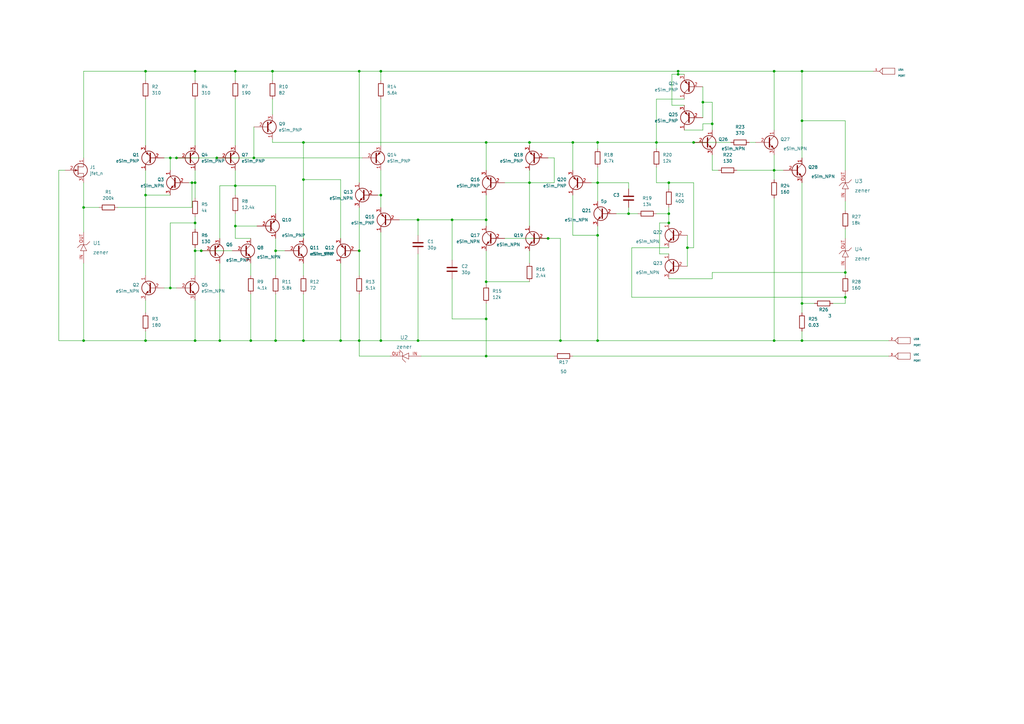
<source format=kicad_sch>
(kicad_sch (version 20211123) (generator eeschema)
  (paper "A3")
  (lib_symbols
    (symbol "eSim_Analog:zener" (pin_names (offset 1.016))
      (property "Reference" "U" (at -1.27 -2.54 0))
      (property "Value" "zener" (at 0 2.54 0))
      (symbol "zener_0_1"
        (polyline (pts (xy 2.54 -1.27) (xy 1.27 -2.54)))
        (polyline (pts (xy 2.54 1.27) (xy 2.54 -1.27)))
        (polyline (pts (xy 2.54 1.27) (xy 3.81 2.54)))
        (polyline (pts (xy 0 1.27) (xy 0 -1.27) (xy 2.54 0) (xy 0 1.27)))
      )
      (symbol "zener_1_1"
        (pin input line (at -5.08 0 0) (length 5.08) (name "~") (number "IN"))
        (pin output line (at 7.62 0 180) (length 5.08) (name "~") (number "OUT"))
      )
    )
    (symbol "eSim_Devices:capacitor" (pin_numbers hide) (pin_names (offset 0.254))
      (property "Reference" "C" (at 0.635 2.54 0))
      (property "Value" "capacitor" (at 0.635 -2.54 0))
      (symbol "capacitor_0_1"
        (polyline (pts (xy -2.032 -0.762) (xy 2.032 -0.762)) (stroke (width 0.508)))
        (polyline (pts (xy -2.032 0.762) (xy 2.032 0.762)) (stroke (width 0.508)))
      )
      (symbol "capacitor_1_1"
        (pin passive line (at 0 3.81 270) (length 2.794) (name "~") (number "1"))
        (pin passive line (at 0 -3.81 90) (length 2.794) (name "~") (number "2"))
      )
    )
    (symbol "eSim_Devices:eSim_NPN" (pin_names (offset 0) hide)
      (property "Reference" "Q" (at -2.54 1.27 0))
      (property "Value" "eSim_NPN" (at -1.27 3.81 0))
      (symbol "eSim_NPN_0_1"
        (polyline (pts (xy 0.635 0.635) (xy 2.54 2.54)))
        (polyline (pts (xy 0.635 -0.635) (xy 2.54 -2.54) (xy 2.54 -2.54)))
        (polyline (pts (xy 0.635 1.905) (xy 0.635 -1.905) (xy 0.635 -1.905)) (stroke (width 0.508)))
        (polyline (pts (xy 1.27 -1.778) (xy 1.778 -1.27) (xy 2.286 -2.286) (xy 1.27 -1.778) (xy 1.27 -1.778)) (fill (type outline)))
        (circle (center 1.27 0) (radius 2.8194) (stroke (width 0.254)))
      )
      (symbol "eSim_NPN_1_1"
        (pin passive line (at 2.54 5.08 270) (length 2.54) (name "C") (number "1"))
        (pin passive line (at -5.08 0 0) (length 5.715) (name "B") (number "2"))
        (pin passive line (at 2.54 -5.08 90) (length 2.54) (name "E") (number "3"))
      )
    )
    (symbol "eSim_Devices:eSim_PNP" (pin_names (offset 0) hide)
      (property "Reference" "Q" (at -2.54 1.27 0))
      (property "Value" "eSim_PNP" (at -1.27 3.81 0))
      (symbol "eSim_PNP_0_1"
        (polyline (pts (xy 0.635 0.635) (xy 2.54 2.54)))
        (polyline (pts (xy 0.635 -0.635) (xy 2.54 -2.54) (xy 2.54 -2.54)))
        (polyline (pts (xy 0.635 1.905) (xy 0.635 -1.905) (xy 0.635 -1.905)) (stroke (width 0.508)))
        (polyline (pts (xy 2.286 -1.778) (xy 1.778 -2.286) (xy 1.27 -1.27) (xy 2.286 -1.778) (xy 2.286 -1.778)) (fill (type outline)))
        (circle (center 1.27 0) (radius 2.8194) (stroke (width 0.254)))
      )
      (symbol "eSim_PNP_1_1"
        (pin passive line (at 2.54 5.08 270) (length 2.54) (name "C") (number "1"))
        (pin passive line (at -5.08 0 0) (length 5.715) (name "B") (number "2"))
        (pin passive line (at 2.54 -5.08 90) (length 2.54) (name "E") (number "3"))
      )
    )
    (symbol "eSim_Devices:jfet_n" (pin_names (offset 0) hide)
      (property "Reference" "J" (at -2.54 1.27 0))
      (property "Value" "jfet_n" (at -1.27 3.81 0))
      (symbol "jfet_n_0_1"
        (polyline (pts (xy 0.254 1.905) (xy 0.254 -1.905) (xy 0.254 -1.905)) (stroke (width 0.254)))
        (polyline (pts (xy 2.54 -2.54) (xy 2.54 -1.27) (xy 0.254 -1.27)))
        (polyline (pts (xy 2.54 2.54) (xy 2.54 1.397) (xy 0.254 1.397)))
        (polyline (pts (xy 0 0) (xy -1.016 0.381) (xy -1.016 -0.381) (xy 0 0)) (fill (type outline)))
        (circle (center 1.27 0) (radius 2.8194) (stroke (width 0.254)))
      )
      (symbol "jfet_n_1_1"
        (pin passive line (at 2.54 5.08 270) (length 2.54) (name "D") (number "1"))
        (pin passive line (at -5.08 0 0) (length 5.334) (name "G") (number "2"))
        (pin passive line (at 2.54 -5.08 90) (length 2.54) (name "S") (number "3"))
      )
    )
    (symbol "eSim_Devices:resistor" (pin_numbers hide) (pin_names (offset 0))
      (property "Reference" "R" (at 1.27 3.302 0))
      (property "Value" "resistor" (at 1.27 -1.27 0))
      (symbol "resistor_0_1"
        (rectangle (start 3.81 0.254) (end -1.27 2.286) (stroke (width 0.254)))
      )
      (symbol "resistor_1_1"
        (pin passive line (at -2.54 1.27 0) (length 1.27) (name "~") (number "1"))
        (pin passive line (at 5.08 1.27 180) (length 1.27) (name "~") (number "2"))
      )
    )
    (symbol "eSim_Miscellaneous:PORT" (pin_names (offset 1.016))
      (property "Reference" "U" (at 1.27 2.54 0))
      (property "Value" "PORT" (at 0 0 0))
      (symbol "PORT_0_1"
        (rectangle (start -2.54 1.27) (end 2.54 -1.27))
        (arc (start 2.54 1.27) (mid 3.1355 0.5955) (end 3.81 0))
        (arc (start 3.81 0) (mid 3.1447 -0.6046) (end 2.54 -1.27))
      )
      (symbol "PORT_1_1"
        (pin bidirectional line (at 6.35 0 180) (length 2.54) (name "~") (number "1"))
      )
      (symbol "PORT_2_1"
        (pin bidirectional line (at 6.35 0 180) (length 2.54) (name "~") (number "2"))
      )
      (symbol "PORT_3_1"
        (pin bidirectional line (at 6.35 0 180) (length 2.54) (name "~") (number "3"))
      )
      (symbol "PORT_4_1"
        (pin bidirectional line (at 6.35 0 180) (length 2.54) (name "~") (number "4"))
      )
      (symbol "PORT_5_1"
        (pin bidirectional line (at 6.35 0 180) (length 2.54) (name "~") (number "5"))
      )
      (symbol "PORT_6_1"
        (pin bidirectional line (at 6.35 0 180) (length 2.54) (name "~") (number "6"))
      )
      (symbol "PORT_7_1"
        (pin bidirectional line (at 6.35 0 180) (length 2.54) (name "~") (number "7"))
      )
      (symbol "PORT_8_1"
        (pin bidirectional line (at 6.35 0 180) (length 2.54) (name "~") (number "8"))
      )
      (symbol "PORT_9_1"
        (pin bidirectional line (at 6.35 0 180) (length 2.54) (name "~") (number "9"))
      )
      (symbol "PORT_10_1"
        (pin bidirectional line (at 6.35 0 180) (length 2.54) (name "~") (number "10"))
      )
      (symbol "PORT_11_1"
        (pin bidirectional line (at 6.35 0 180) (length 2.54) (name "~") (number "11"))
      )
      (symbol "PORT_12_1"
        (pin bidirectional line (at 6.35 0 180) (length 2.54) (name "~") (number "12"))
      )
      (symbol "PORT_13_1"
        (pin bidirectional line (at 6.35 0 180) (length 2.54) (name "~") (number "13"))
      )
      (symbol "PORT_14_1"
        (pin bidirectional line (at 6.35 0 180) (length 2.54) (name "~") (number "14"))
      )
      (symbol "PORT_15_1"
        (pin bidirectional line (at 6.35 0 180) (length 2.54) (name "~") (number "15"))
      )
      (symbol "PORT_16_1"
        (pin bidirectional line (at 6.35 0 180) (length 2.54) (name "~") (number "16"))
      )
      (symbol "PORT_17_1"
        (pin bidirectional line (at 6.35 0 180) (length 2.54) (name "~") (number "17"))
      )
      (symbol "PORT_18_1"
        (pin bidirectional line (at 6.35 0 180) (length 2.54) (name "~") (number "18"))
      )
      (symbol "PORT_19_1"
        (pin bidirectional line (at 6.35 0 180) (length 2.54) (name "~") (number "19"))
      )
      (symbol "PORT_20_1"
        (pin bidirectional line (at 6.35 0 180) (length 2.54) (name "~") (number "20"))
      )
      (symbol "PORT_21_1"
        (pin bidirectional line (at 6.35 0 180) (length 2.54) (name "~") (number "21"))
      )
      (symbol "PORT_22_1"
        (pin bidirectional line (at 6.35 0 180) (length 2.54) (name "~") (number "22"))
      )
      (symbol "PORT_23_1"
        (pin bidirectional line (at 6.35 0 180) (length 2.54) (name "~") (number "23"))
      )
      (symbol "PORT_24_1"
        (pin bidirectional line (at 6.35 0 180) (length 2.54) (name "~") (number "24"))
      )
      (symbol "PORT_25_1"
        (pin bidirectional line (at 6.35 0 180) (length 2.54) (name "~") (number "25"))
      )
      (symbol "PORT_26_1"
        (pin bidirectional line (at 6.35 0 180) (length 2.54) (name "~") (number "26"))
      )
    )
  )
  (junction (at 284.48 58.42))
  (junction (at 113.03 139.7))
  (junction (at 80.01 74.93))
  (junction (at 102.87 139.7))
  (junction (at 245.11 58.42))
  (junction (at 317.5 69.85))
  (junction (at 72.39 64.77))
  (junction (at 292.1 50.8))
  (junction (at 156.21 29.21))
  (junction (at 156.21 139.7))
  (junction (at 217.17 74.93))
  (junction (at 96.52 76.2))
  (junction (at 96.52 92.71))
  (junction (at 171.45 139.7))
  (junction (at 317.5 139.7))
  (junction (at 328.93 124.46))
  (junction (at 111.76 29.21))
  (junction (at 96.52 29.21))
  (junction (at 199.39 115.57))
  (junction (at 171.45 90.17))
  (junction (at 328.93 29.21))
  (junction (at 199.39 90.17))
  (junction (at 156.21 80.01))
  (junction (at 234.95 58.42))
  (junction (at 80.01 139.7))
  (junction (at 124.46 139.7))
  (junction (at 274.32 91.44))
  (junction (at 147.32 139.7))
  (junction (at 281.94 101.6))
  (junction (at 328.93 139.7))
  (junction (at 224.79 97.79))
  (junction (at 346.71 111.76))
  (junction (at 69.85 64.77))
  (junction (at 82.55 102.87))
  (junction (at 59.69 29.21))
  (junction (at 317.5 29.21))
  (junction (at 328.93 49.53))
  (junction (at 80.01 91.44))
  (junction (at 90.17 139.7))
  (junction (at 274.32 87.63))
  (junction (at 69.85 118.11))
  (junction (at 78.74 74.93))
  (junction (at 199.39 146.05))
  (junction (at 80.01 29.21))
  (junction (at 59.69 139.7))
  (junction (at 278.13 29.21))
  (junction (at 346.71 121.92))
  (junction (at 199.39 130.81))
  (junction (at 217.17 58.42))
  (junction (at 34.29 85.09))
  (junction (at 124.46 58.42))
  (junction (at 257.81 87.63))
  (junction (at 147.32 102.87))
  (junction (at 245.11 74.93))
  (junction (at 104.14 64.77))
  (junction (at 34.29 139.7))
  (junction (at 229.87 139.7))
  (junction (at 88.9 64.77))
  (junction (at 80.01 102.87))
  (junction (at 245.11 139.7))
  (junction (at 199.39 58.42))
  (junction (at 288.29 41.91))
  (junction (at 124.46 73.66))
  (junction (at 269.24 58.42))
  (junction (at 274.32 74.93))
  (junction (at 185.42 90.17))
  (junction (at 278.13 30.48))
  (junction (at 245.11 96.52))
  (junction (at 59.69 80.01))
  (junction (at 147.32 29.21))
  (junction (at 139.7 139.7))
  (junction (at 113.03 102.87))
  (wire (pts (xy 317.5 53.34) (xy 317.5 29.21)))
  (wire (pts (xy 59.69 69.85) (xy 59.69 80.01)))
  (wire (pts (xy 147.32 29.21) (xy 156.21 29.21)))
  (wire (pts (xy 90.17 97.79) (xy 90.17 76.2)))
  (wire (pts (xy 346.71 110.49) (xy 346.71 111.76)))
  (wire (pts (xy 199.39 146.05) (xy 227.33 146.05)))
  (wire (pts (xy 217.17 74.93) (xy 217.17 92.71)))
  (wire (pts (xy 270.51 91.44) (xy 274.32 91.44)))
  (wire (pts (xy 156.21 40.64) (xy 156.21 59.69)))
  (wire (pts (xy 292.1 50.8) (xy 292.1 41.91)))
  (wire (pts (xy 274.32 101.6) (xy 259.08 101.6)))
  (wire (pts (xy 124.46 58.42) (xy 199.39 58.42)))
  (wire (pts (xy 96.52 92.71) (xy 105.41 92.71)))
  (wire (pts (xy 328.93 139.7) (xy 317.5 139.7)))
  (wire (pts (xy 217.17 59.69) (xy 217.17 58.42)))
  (wire (pts (xy 80.01 40.64) (xy 80.01 59.69)))
  (wire (pts (xy 281.94 101.6) (xy 284.48 101.6)))
  (wire (pts (xy 217.17 74.93) (xy 227.33 74.93)))
  (wire (pts (xy 104.14 52.07) (xy 104.14 64.77)))
  (wire (pts (xy 185.42 90.17) (xy 185.42 106.68)))
  (wire (pts (xy 80.01 139.7) (xy 59.69 139.7)))
  (wire (pts (xy 102.87 139.7) (xy 90.17 139.7)))
  (wire (pts (xy 280.67 53.34) (xy 288.29 53.34)))
  (wire (pts (xy 292.1 69.85) (xy 292.1 63.5)))
  (wire (pts (xy 156.21 80.01) (xy 156.21 69.85)))
  (wire (pts (xy 90.17 139.7) (xy 80.01 139.7)))
  (wire (pts (xy 257.81 87.63) (xy 261.62 87.63)))
  (wire (pts (xy 227.33 64.77) (xy 224.79 64.77)))
  (wire (pts (xy 139.7 97.79) (xy 139.7 73.66)))
  (wire (pts (xy 113.03 139.7) (xy 102.87 139.7)))
  (wire (pts (xy 156.21 139.7) (xy 147.32 139.7)))
  (wire (pts (xy 245.11 58.42) (xy 234.95 58.42)))
  (wire (pts (xy 269.24 58.42) (xy 269.24 60.96)))
  (wire (pts (xy 274.32 87.63) (xy 274.32 91.44)))
  (wire (pts (xy 82.55 102.87) (xy 95.25 102.87)))
  (wire (pts (xy 288.29 35.56) (xy 288.29 41.91)))
  (wire (pts (xy 111.76 40.64) (xy 111.76 46.99)))
  (wire (pts (xy 156.21 95.25) (xy 156.21 139.7)))
  (wire (pts (xy 80.01 74.93) (xy 80.01 69.85)))
  (wire (pts (xy 242.57 74.93) (xy 245.11 74.93)))
  (wire (pts (xy 80.01 101.6) (xy 80.01 102.87)))
  (wire (pts (xy 288.29 41.91) (xy 288.29 48.26)))
  (wire (pts (xy 199.39 92.71) (xy 199.39 90.17)))
  (wire (pts (xy 113.03 87.63) (xy 113.03 76.2)))
  (wire (pts (xy 245.11 74.93) (xy 245.11 68.58)))
  (wire (pts (xy 217.17 102.87) (xy 217.17 107.95)))
  (wire (pts (xy 317.5 139.7) (xy 245.11 139.7)))
  (wire (pts (xy 80.01 29.21) (xy 96.52 29.21)))
  (wire (pts (xy 257.81 77.47) (xy 257.81 74.93)))
  (wire (pts (xy 346.71 49.53) (xy 328.93 49.53)))
  (wire (pts (xy 34.29 107.95) (xy 34.29 139.7)))
  (wire (pts (xy 96.52 76.2) (xy 96.52 80.01)))
  (wire (pts (xy 102.87 107.95) (xy 102.87 113.03)))
  (wire (pts (xy 147.32 146.05) (xy 147.32 139.7)))
  (wire (pts (xy 281.94 109.22) (xy 281.94 101.6)))
  (wire (pts (xy 147.32 139.7) (xy 139.7 139.7)))
  (wire (pts (xy 72.39 64.77) (xy 88.9 64.77)))
  (wire (pts (xy 234.95 146.05) (xy 364.49 146.05)))
  (wire (pts (xy 34.29 85.09) (xy 40.64 85.09)))
  (wire (pts (xy 160.02 146.05) (xy 147.32 146.05)))
  (wire (pts (xy 88.9 64.77) (xy 104.14 64.77)))
  (wire (pts (xy 207.01 74.93) (xy 217.17 74.93)))
  (wire (pts (xy 96.52 69.85) (xy 96.52 76.2)))
  (wire (pts (xy 124.46 120.65) (xy 124.46 139.7)))
  (wire (pts (xy 154.94 80.01) (xy 156.21 80.01)))
  (wire (pts (xy 96.52 29.21) (xy 96.52 33.02)))
  (wire (pts (xy 96.52 92.71) (xy 96.52 87.63)))
  (wire (pts (xy 346.71 124.46) (xy 346.71 121.92)))
  (wire (pts (xy 171.45 139.7) (xy 229.87 139.7)))
  (wire (pts (xy 317.5 69.85) (xy 317.5 63.5)))
  (wire (pts (xy 24.13 139.7) (xy 34.29 139.7)))
  (wire (pts (xy 227.33 74.93) (xy 227.33 64.77)))
  (wire (pts (xy 269.24 87.63) (xy 274.32 87.63)))
  (wire (pts (xy 292.1 114.3) (xy 292.1 111.76)))
  (wire (pts (xy 274.32 104.14) (xy 270.51 104.14)))
  (wire (pts (xy 245.11 96.52) (xy 245.11 139.7)))
  (wire (pts (xy 102.87 120.65) (xy 102.87 139.7)))
  (wire (pts (xy 346.71 111.76) (xy 346.71 113.03)))
  (wire (pts (xy 48.26 85.09) (xy 78.74 85.09)))
  (wire (pts (xy 104.14 64.77) (xy 148.59 64.77)))
  (wire (pts (xy 234.95 69.85) (xy 234.95 58.42)))
  (wire (pts (xy 96.52 97.79) (xy 96.52 92.71)))
  (wire (pts (xy 280.67 43.18) (xy 275.59 43.18)))
  (wire (pts (xy 280.67 40.64) (xy 269.24 40.64)))
  (wire (pts (xy 34.29 29.21) (xy 59.69 29.21)))
  (wire (pts (xy 328.93 64.77) (xy 328.93 49.53)))
  (wire (pts (xy 275.59 43.18) (xy 275.59 30.48)))
  (wire (pts (xy 34.29 64.77) (xy 34.29 29.21)))
  (wire (pts (xy 274.32 114.3) (xy 292.1 114.3)))
  (wire (pts (xy 69.85 118.11) (xy 69.85 91.44)))
  (wire (pts (xy 269.24 58.42) (xy 245.11 58.42)))
  (wire (pts (xy 302.26 69.85) (xy 317.5 69.85)))
  (wire (pts (xy 69.85 69.85) (xy 69.85 64.77)))
  (wire (pts (xy 156.21 80.01) (xy 156.21 85.09)))
  (wire (pts (xy 80.01 74.93) (xy 80.01 81.28)))
  (wire (pts (xy 199.39 130.81) (xy 199.39 146.05)))
  (wire (pts (xy 171.45 90.17) (xy 171.45 96.52)))
  (wire (pts (xy 124.46 139.7) (xy 113.03 139.7)))
  (wire (pts (xy 234.95 96.52) (xy 245.11 96.52)))
  (wire (pts (xy 34.29 74.93) (xy 34.29 85.09)))
  (wire (pts (xy 346.71 69.85) (xy 346.71 49.53)))
  (wire (pts (xy 72.39 118.11) (xy 69.85 118.11)))
  (wire (pts (xy 257.81 74.93) (xy 245.11 74.93)))
  (wire (pts (xy 294.64 69.85) (xy 292.1 69.85)))
  (wire (pts (xy 317.5 81.28) (xy 317.5 139.7)))
  (wire (pts (xy 96.52 29.21) (xy 111.76 29.21)))
  (wire (pts (xy 124.46 107.95) (xy 124.46 113.03)))
  (wire (pts (xy 67.31 64.77) (xy 69.85 64.77)))
  (wire (pts (xy 245.11 74.93) (xy 245.11 82.55)))
  (wire (pts (xy 124.46 58.42) (xy 124.46 73.66)))
  (wire (pts (xy 292.1 41.91) (xy 288.29 41.91)))
  (wire (pts (xy 24.13 69.85) (xy 24.13 139.7)))
  (wire (pts (xy 90.17 76.2) (xy 96.52 76.2)))
  (wire (pts (xy 78.74 85.09) (xy 78.74 74.93)))
  (wire (pts (xy 139.7 139.7) (xy 124.46 139.7)))
  (wire (pts (xy 26.67 69.85) (xy 24.13 69.85)))
  (wire (pts (xy 199.39 115.57) (xy 217.17 115.57)))
  (wire (pts (xy 299.72 58.42) (xy 284.48 58.42)))
  (wire (pts (xy 147.32 85.09) (xy 147.32 102.87)))
  (wire (pts (xy 199.39 102.87) (xy 199.39 115.57)))
  (wire (pts (xy 207.01 97.79) (xy 224.79 97.79)))
  (wire (pts (xy 292.1 111.76) (xy 346.71 111.76)))
  (wire (pts (xy 147.32 102.87) (xy 147.32 113.03)))
  (wire (pts (xy 281.94 96.52) (xy 281.94 101.6)))
  (wire (pts (xy 328.93 49.53) (xy 328.93 29.21)))
  (wire (pts (xy 59.69 80.01) (xy 69.85 80.01)))
  (wire (pts (xy 307.34 58.42) (xy 309.88 58.42)))
  (wire (pts (xy 34.29 139.7) (xy 59.69 139.7)))
  (wire (pts (xy 269.24 68.58) (xy 269.24 74.93)))
  (wire (pts (xy 274.32 74.93) (xy 274.32 77.47)))
  (wire (pts (xy 346.71 82.55) (xy 346.71 86.36)))
  (wire (pts (xy 113.03 97.79) (xy 113.03 102.87)))
  (wire (pts (xy 102.87 97.79) (xy 96.52 97.79)))
  (wire (pts (xy 171.45 104.14) (xy 171.45 139.7)))
  (wire (pts (xy 90.17 107.95) (xy 90.17 139.7)))
  (wire (pts (xy 59.69 123.19) (xy 59.69 128.27)))
  (wire (pts (xy 217.17 69.85) (xy 217.17 74.93)))
  (wire (pts (xy 59.69 80.01) (xy 59.69 113.03)))
  (wire (pts (xy 185.42 130.81) (xy 199.39 130.81)))
  (wire (pts (xy 328.93 124.46) (xy 328.93 128.27)))
  (wire (pts (xy 156.21 29.21) (xy 278.13 29.21)))
  (wire (pts (xy 245.11 139.7) (xy 229.87 139.7)))
  (wire (pts (xy 270.51 104.14) (xy 270.51 91.44)))
  (wire (pts (xy 288.29 53.34) (xy 288.29 50.8)))
  (wire (pts (xy 292.1 53.34) (xy 292.1 50.8)))
  (wire (pts (xy 80.01 102.87) (xy 82.55 102.87)))
  (wire (pts (xy 199.39 115.57) (xy 199.39 116.84)))
  (wire (pts (xy 234.95 58.42) (xy 217.17 58.42)))
  (wire (pts (xy 156.21 33.02) (xy 156.21 29.21)))
  (wire (pts (xy 346.71 93.98) (xy 346.71 97.79)))
  (wire (pts (xy 111.76 29.21) (xy 111.76 33.02)))
  (wire (pts (xy 269.24 40.64) (xy 269.24 58.42)))
  (wire (pts (xy 80.01 29.21) (xy 80.01 33.02)))
  (wire (pts (xy 185.42 114.3) (xy 185.42 130.81)))
  (wire (pts (xy 275.59 30.48) (xy 278.13 30.48)))
  (wire (pts (xy 171.45 139.7) (xy 156.21 139.7)))
  (wire (pts (xy 78.74 74.93) (xy 80.01 74.93)))
  (wire (pts (xy 113.03 120.65) (xy 113.03 139.7)))
  (wire (pts (xy 77.47 74.93) (xy 78.74 74.93)))
  (wire (pts (xy 278.13 29.21) (xy 278.13 30.48)))
  (wire (pts (xy 284.48 101.6) (xy 284.48 74.93)))
  (wire (pts (xy 278.13 30.48) (xy 280.67 30.48)))
  (wire (pts (xy 171.45 90.17) (xy 163.83 90.17)))
  (wire (pts (xy 199.39 58.42) (xy 217.17 58.42)))
  (wire (pts (xy 59.69 40.64) (xy 59.69 59.69)))
  (wire (pts (xy 317.5 69.85) (xy 317.5 73.66)))
  (wire (pts (xy 229.87 97.79) (xy 229.87 139.7)))
  (wire (pts (xy 224.79 97.79) (xy 229.87 97.79)))
  (wire (pts (xy 185.42 90.17) (xy 171.45 90.17)))
  (wire (pts (xy 259.08 101.6) (xy 259.08 121.92)))
  (wire (pts (xy 111.76 58.42) (xy 111.76 57.15)))
  (wire (pts (xy 328.93 139.7) (xy 364.49 139.7)))
  (wire (pts (xy 288.29 50.8) (xy 292.1 50.8)))
  (wire (pts (xy 59.69 29.21) (xy 59.69 33.02)))
  (wire (pts (xy 334.01 124.46) (xy 328.93 124.46)))
  (wire (pts (xy 96.52 40.64) (xy 96.52 59.69)))
  (wire (pts (xy 328.93 29.21) (xy 358.14 29.21)))
  (wire (pts (xy 147.32 74.93) (xy 147.32 29.21)))
  (wire (pts (xy 252.73 87.63) (xy 257.81 87.63)))
  (wire (pts (xy 199.39 58.42) (xy 199.39 69.85)))
  (wire (pts (xy 59.69 139.7) (xy 59.69 135.89)))
  (wire (pts (xy 341.63 124.46) (xy 346.71 124.46)))
  (wire (pts (xy 284.48 58.42) (xy 269.24 58.42)))
  (wire (pts (xy 245.11 92.71) (xy 245.11 96.52)))
  (wire (pts (xy 113.03 76.2) (xy 96.52 76.2)))
  (wire (pts (xy 317.5 29.21) (xy 278.13 29.21)))
  (wire (pts (xy 69.85 64.77) (xy 72.39 64.77)))
  (wire (pts (xy 328.93 74.93) (xy 328.93 124.46)))
  (wire (pts (xy 317.5 69.85) (xy 321.31 69.85)))
  (wire (pts (xy 274.32 85.09) (xy 274.32 87.63)))
  (wire (pts (xy 284.48 74.93) (xy 274.32 74.93)))
  (wire (pts (xy 67.31 118.11) (xy 69.85 118.11)))
  (wire (pts (xy 328.93 29.21) (xy 317.5 29.21)))
  (wire (pts (xy 257.81 87.63) (xy 257.81 85.09)))
  (wire (pts (xy 259.08 121.92) (xy 346.71 121.92)))
  (wire (pts (xy 234.95 80.01) (xy 234.95 96.52)))
  (wire (pts (xy 80.01 88.9) (xy 80.01 91.44)))
  (wire (pts (xy 269.24 74.93) (xy 274.32 74.93)))
  (wire (pts (xy 34.29 85.09) (xy 34.29 95.25)))
  (wire (pts (xy 59.69 29.21) (xy 80.01 29.21)))
  (wire (pts (xy 245.11 60.96) (xy 245.11 58.42)))
  (wire (pts (xy 69.85 91.44) (xy 80.01 91.44)))
  (wire (pts (xy 199.39 80.01) (xy 199.39 90.17)))
  (wire (pts (xy 147.32 120.65) (xy 147.32 139.7)))
  (wire (pts (xy 139.7 107.95) (xy 139.7 139.7)))
  (wire (pts (xy 80.01 123.19) (xy 80.01 139.7)))
  (wire (pts (xy 199.39 90.17) (xy 185.42 90.17)))
  (wire (pts (xy 124.46 97.79) (xy 124.46 73.66)))
  (wire (pts (xy 113.03 102.87) (xy 113.03 113.03)))
  (wire (pts (xy 80.01 91.44) (xy 80.01 93.98)))
  (wire (pts (xy 199.39 124.46) (xy 199.39 130.81)))
  (wire (pts (xy 111.76 29.21) (xy 147.32 29.21)))
  (wire (pts (xy 124.46 58.42) (xy 111.76 58.42)))
  (wire (pts (xy 346.71 121.92) (xy 346.71 120.65)))
  (wire (pts (xy 80.01 102.87) (xy 80.01 113.03)))
  (wire (pts (xy 328.93 135.89) (xy 328.93 139.7)))
  (wire (pts (xy 172.72 146.05) (xy 199.39 146.05)))
  (wire (pts (xy 139.7 73.66) (xy 124.46 73.66)))
  (wire (pts (xy 113.03 102.87) (xy 116.84 102.87)))
  (symbol (lib_id "eSim_Analog:zener") (at 167.64 146.05 0) (mirror y) (unit 1)
    (property "Reference" "U2" (at 165.735 138.43 0) (effects (font (size 1.524 1.524))))
    (property "Value" "zener" (at 165.735 142.24 0) (effects (font (size 1.524 1.524))))
  )
  (symbol (lib_id "eSim_Devices:eSim_PNP") (at 158.75 90.17 180) (unit 1)
    (property "Reference" "Q15" (at 153.67 88.8999 0) (effects (justify left)))
    (property "Value" "eSim_PNP" (at 153.67 91.4399 0) (effects (justify left)))
  )
  (symbol (lib_id "eSim_Devices:eSim_NPN") (at 62.23 118.11 0) (mirror y) (unit 1)
    (property "Reference" "Q2" (at 57.15 116.8399 0) (effects (justify left)))
    (property "Value" "eSim_NPN" (at 57.15 119.3799 0) (effects (justify left)))
  )
  (symbol (lib_id "eSim_Devices:eSim_NPN") (at 121.92 102.87 0) (unit 1)
    (property "Reference" "Q11" (at 127 101.5999 0) (effects (justify left)))
    (property "Value" "eSim_NPN" (at 127 104.1399 0) (effects (justify left)))
  )
  (symbol (lib_id "eSim_Devices:eSim_NPN") (at 314.96 58.42 0) (unit 1)
    (property "Reference" "Q27" (at 320.04 57.1499 0) (effects (justify left)))
    (property "Value" "eSim_NPN" (at 321.31 60.96 0) (effects (justify left)))
  )
  (symbol (lib_id "eSim_Devices:eSim_NPN") (at 77.47 118.11 0) (unit 1)
    (property "Reference" "Q5" (at 82.55 116.8399 0) (effects (justify left)))
    (property "Value" "eSim_NPN" (at 82.55 119.3799 0) (effects (justify left)))
  )
  (symbol (lib_id "eSim_Devices:resistor") (at 270.51 66.04 90) (unit 1)
    (property "Reference" "R20" (at 271.78 63.4999 90) (effects (justify right)))
    (property "Value" "12k" (at 271.78 66.0399 90) (effects (justify right)))
  )
  (symbol (lib_id "eSim_Devices:eSim_NPN") (at 326.39 69.85 0) (unit 1)
    (property "Reference" "Q28" (at 331.47 68.5799 0) (effects (justify left)))
    (property "Value" "eSim_NPN" (at 332.74 72.39 0) (effects (justify left)))
  )
  (symbol (lib_id "eSim_Analog:zener") (at 346.71 77.47 270) (mirror x) (unit 1)
    (property "Reference" "U3" (at 350.52 74.295 90) (effects (font (size 1.524 1.524)) (justify left)))
    (property "Value" "zener" (at 350.52 78.105 90) (effects (font (size 1.524 1.524)) (justify left)))
  )
  (symbol (lib_id "eSim_Analog:zener") (at 346.71 105.41 270) (mirror x) (unit 1)
    (property "Reference" "U4" (at 350.52 102.235 90) (effects (font (size 1.524 1.524)) (justify left)))
    (property "Value" "zener" (at 350.52 106.045 90) (effects (font (size 1.524 1.524)) (justify left)))
  )
  (symbol (lib_id "eSim_Devices:eSim_NPN") (at 72.39 74.93 0) (mirror y) (unit 1)
    (property "Reference" "Q3" (at 67.31 73.6599 0) (effects (justify left)))
    (property "Value" "eSim_NPN" (at 67.31 76.1999 0) (effects (justify left)))
  )
  (symbol (lib_id "eSim_Miscellaneous:PORT") (at 370.84 146.05 180) (unit 3)
    (property "Reference" "U5" (at 374.65 145.415 0) (effects (font (size 0.762 0.762)) (justify right)))
    (property "Value" "PORT" (at 374.65 147.955 0) (effects (font (size 0.762 0.762)) (justify right)))
  )
  (symbol (lib_id "eSim_Devices:capacitor") (at 171.45 100.33 0) (unit 1)
    (property "Reference" "C1" (at 175.26 99.0599 0) (effects (justify left)))
    (property "Value" "30p" (at 175.26 101.5999 0) (effects (justify left)))
  )
  (symbol (lib_id "eSim_Devices:eSim_PNP") (at 142.24 102.87 180) (unit 1)
    (property "Reference" "Q12" (at 137.16 101.5999 0) (effects (justify left)))
    (property "Value" "eSim_PNP" (at 137.16 104.1399 0) (effects (justify left)))
  )
  (symbol (lib_id "eSim_Devices:eSim_PNP") (at 87.63 102.87 0) (mirror x) (unit 1)
    (property "Reference" "Q6" (at 92.71 100.33 0) (effects (justify left)))
    (property "Value" "eSim_PNP" (at 92.71 106.68 0) (effects (justify left)))
  )
  (symbol (lib_id "eSim_Devices:resistor") (at 316.23 76.2 270) (unit 1)
    (property "Reference" "R24" (at 320.04 76.1999 90) (effects (justify left)))
    (property "Value" "160" (at 320.04 78.7399 90) (effects (justify left)))
  )
  (symbol (lib_id "eSim_Devices:resistor") (at 327.66 130.81 270) (unit 1)
    (property "Reference" "R25" (at 331.47 130.8099 90) (effects (justify left)))
    (property "Value" "0.03" (at 331.47 133.3499 90) (effects (justify left)))
  )
  (symbol (lib_id "eSim_Devices:resistor") (at 81.28 99.06 90) (unit 1)
    (property "Reference" "R6" (at 82.55 96.5199 90) (effects (justify right)))
    (property "Value" "130" (at 82.55 99.0599 90) (effects (justify right)))
  )
  (symbol (lib_id "eSim_Devices:resistor") (at 43.18 86.36 0) (unit 1)
    (property "Reference" "R1" (at 44.45 78.74 0))
    (property "Value" "200k" (at 44.45 81.28 0))
  )
  (symbol (lib_id "eSim_Analog:zener") (at 34.29 102.87 270) (mirror x) (unit 1)
    (property "Reference" "U1" (at 38.1 99.695 90) (effects (font (size 1.524 1.524)) (justify left)))
    (property "Value" "zener" (at 38.1 103.505 90) (effects (font (size 1.524 1.524)) (justify left)))
  )
  (symbol (lib_id "eSim_Devices:capacitor") (at 257.81 81.28 0) (unit 1)
    (property "Reference" "C3" (at 251.46 80.01 0) (effects (justify left)))
    (property "Value" "5p" (at 246.38 82.55 0) (effects (justify left)))
  )
  (symbol (lib_id "eSim_Devices:resistor") (at 273.05 80.01 270) (unit 1)
    (property "Reference" "R21" (at 276.86 80.0099 90) (effects (justify left)))
    (property "Value" "400" (at 276.86 82.5499 90) (effects (justify left)))
  )
  (symbol (lib_id "eSim_Devices:eSim_PNP") (at 109.22 52.07 0) (mirror x) (unit 1)
    (property "Reference" "Q9" (at 114.3 50.7999 0) (effects (justify left)))
    (property "Value" "eSim_PNP" (at 114.3 53.3399 0) (effects (justify left)))
  )
  (symbol (lib_id "eSim_Devices:eSim_PNP") (at 283.21 35.56 180) (unit 1)
    (property "Reference" "Q24" (at 278.13 34.2899 0) (effects (justify left)))
    (property "Value" "eSim_PNP" (at 278.13 36.8299 0) (effects (justify left)))
  )
  (symbol (lib_id "eSim_Devices:resistor") (at 81.28 38.1 90) (unit 1)
    (property "Reference" "R4" (at 82.55 35.5599 90) (effects (justify right)))
    (property "Value" "310" (at 82.55 38.0999 90) (effects (justify right)))
  )
  (symbol (lib_id "eSim_Devices:resistor") (at 113.03 38.1 90) (unit 1)
    (property "Reference" "R10" (at 114.3 35.5599 90) (effects (justify right)))
    (property "Value" "82" (at 114.3 38.0999 90) (effects (justify right)))
  )
  (symbol (lib_id "eSim_Devices:resistor") (at 104.14 118.11 90) (unit 1)
    (property "Reference" "R9" (at 105.41 115.5699 90) (effects (justify right)))
    (property "Value" "4.1k" (at 105.41 118.1099 90) (effects (justify right)))
  )
  (symbol (lib_id "eSim_Devices:resistor") (at 97.79 38.1 90) (unit 1)
    (property "Reference" "R7" (at 99.06 35.5599 90) (effects (justify right)))
    (property "Value" "190" (at 99.06 38.0999 90) (effects (justify right)))
  )
  (symbol (lib_id "eSim_Devices:resistor") (at 232.41 144.78 180) (unit 1)
    (property "Reference" "R17" (at 231.14 148.59 0))
    (property "Value" "50" (at 231.14 152.4 0))
  )
  (symbol (lib_id "eSim_Devices:eSim_NPN") (at 276.86 96.52 0) (mirror y) (unit 1)
    (property "Reference" "Q22" (at 271.78 95.2499 0) (effects (justify left)))
    (property "Value" "eSim_NPN" (at 270.51 99.06 0) (effects (justify left)))
  )
  (symbol (lib_id "eSim_Miscellaneous:PORT") (at 364.49 29.21 180) (unit 1)
    (property "Reference" "U5" (at 368.3 28.575 0) (effects (font (size 0.762 0.762)) (justify right)))
    (property "Value" "PORT" (at 368.3 31.115 0) (effects (font (size 0.762 0.762)) (justify right)))
  )
  (symbol (lib_id "eSim_Devices:eSim_NPN") (at 100.33 102.87 0) (unit 1)
    (property "Reference" "Q8" (at 105.41 101.5999 0) (effects (justify left)))
    (property "Value" "eSim_NPN" (at 105.41 105.41 0) (effects (justify left)))
  )
  (symbol (lib_id "eSim_Devices:resistor") (at 200.66 121.92 90) (unit 1)
    (property "Reference" "R15" (at 201.93 119.3799 90) (effects (justify right)))
    (property "Value" "12k" (at 201.93 121.9199 90) (effects (justify right)))
  )
  (symbol (lib_id "eSim_Devices:resistor") (at 218.44 113.03 90) (unit 1)
    (property "Reference" "R16" (at 219.71 110.4899 90) (effects (justify right)))
    (property "Value" "2.4k" (at 219.71 113.0299 90) (effects (justify right)))
  )
  (symbol (lib_id "eSim_Devices:resistor") (at 299.72 68.58 180) (unit 1)
    (property "Reference" "R22" (at 298.45 63.5 0))
    (property "Value" "130" (at 298.45 66.04 0))
  )
  (symbol (lib_id "eSim_Devices:resistor") (at 157.48 38.1 90) (unit 1)
    (property "Reference" "R14" (at 158.75 35.5599 90) (effects (justify right)))
    (property "Value" "5.6k" (at 158.75 38.0999 90) (effects (justify right)))
  )
  (symbol (lib_id "eSim_Devices:resistor") (at 60.96 38.1 90) (unit 1)
    (property "Reference" "R2" (at 62.23 35.5599 90) (effects (justify right)))
    (property "Value" "310" (at 62.23 38.0999 90) (effects (justify right)))
  )
  (symbol (lib_id "eSim_Devices:resistor") (at 266.7 86.36 180) (unit 1)
    (property "Reference" "R19" (at 265.43 81.28 0))
    (property "Value" "13k" (at 265.43 83.82 0))
  )
  (symbol (lib_id "eSim_Devices:resistor") (at 60.96 133.35 90) (unit 1)
    (property "Reference" "R3" (at 62.23 130.8099 90) (effects (justify right)))
    (property "Value" "180" (at 62.23 133.3499 90) (effects (justify right)))
  )
  (symbol (lib_id "eSim_Devices:eSim_NPN") (at 149.86 80.01 0) (mirror y) (unit 1)
    (property "Reference" "Q13" (at 144.78 78.7399 0) (effects (justify left)))
    (property "Value" "eSim_NPN" (at 144.78 81.2799 0) (effects (justify left)))
  )
  (symbol (lib_id "eSim_Devices:resistor") (at 246.38 66.04 90) (unit 1)
    (property "Reference" "R18" (at 247.65 63.4999 90) (effects (justify right)))
    (property "Value" "6.7k" (at 247.65 66.0399 90) (effects (justify right)))
  )
  (symbol (lib_id "eSim_Devices:eSim_PNP") (at 237.49 74.93 180) (unit 1)
    (property "Reference" "Q20" (at 232.41 73.6599 0) (effects (justify left)))
    (property "Value" "eSim_PNP" (at 232.41 76.1999 0) (effects (justify left)))
  )
  (symbol (lib_id "eSim_Devices:jfet_n") (at 31.75 69.85 0) (unit 1)
    (property "Reference" "J1" (at 36.83 68.5799 0) (effects (justify left)))
    (property "Value" "jfet_n" (at 36.83 71.1199 0) (effects (justify left)))
  )
  (symbol (lib_id "eSim_Devices:eSim_PNP") (at 201.93 74.93 180) (unit 1)
    (property "Reference" "Q16" (at 196.85 73.6599 0) (effects (justify left)))
    (property "Value" "eSim_PNP" (at 196.85 76.1999 0) (effects (justify left)))
  )
  (symbol (lib_id "eSim_Miscellaneous:PORT") (at 370.84 139.7 180) (unit 2)
    (property "Reference" "U5" (at 374.65 139.065 0) (effects (font (size 0.762 0.762)) (justify right)))
    (property "Value" "PORT" (at 374.65 141.605 0) (effects (font (size 0.762 0.762)) (justify right)))
  )
  (symbol (lib_id "eSim_Devices:resistor") (at 345.44 115.57 270) (unit 1)
    (property "Reference" "R28" (at 349.25 115.5699 90) (effects (justify left)))
    (property "Value" "160" (at 349.25 118.1099 90) (effects (justify left)))
  )
  (symbol (lib_id "eSim_Devices:resistor") (at 336.55 125.73 0) (unit 1)
    (property "Reference" "R26" (at 337.82 127 0))
    (property "Value" "3" (at 340.36 129.54 0))
  )
  (symbol (lib_id "eSim_Devices:eSim_NPN") (at 247.65 87.63 0) (mirror y) (unit 1)
    (property "Reference" "Q21" (at 242.57 86.3599 0) (effects (justify left)))
    (property "Value" "eSim_NPN" (at 241.3 90.17 0) (effects (justify left)))
  )
  (symbol (lib_id "eSim_Devices:eSim_PNP") (at 62.23 64.77 180) (unit 1)
    (property "Reference" "Q1" (at 57.15 63.4999 0) (effects (justify left)))
    (property "Value" "eSim_PNP" (at 57.15 66.0399 0) (effects (justify left)))
  )
  (symbol (lib_id "eSim_Devices:resistor") (at 114.3 118.11 90) (unit 1)
    (property "Reference" "R11" (at 115.57 115.5699 90) (effects (justify right)))
    (property "Value" "5.8k" (at 115.57 118.1099 90) (effects (justify right)))
  )
  (symbol (lib_id "eSim_Devices:eSim_PNP") (at 219.71 64.77 180) (unit 1)
    (property "Reference" "Q18" (at 214.63 63.4999 0) (effects (justify left)))
    (property "Value" "eSim_PNP" (at 214.63 66.0399 0) (effects (justify left)))
  )
  (symbol (lib_id "eSim_Devices:eSim_NPN") (at 289.56 58.42 0) (unit 1)
    (property "Reference" "Q26" (at 294.64 57.1499 0) (effects (justify left)))
    (property "Value" "eSim_NPN" (at 295.91 60.96 0) (effects (justify left)))
  )
  (symbol (lib_id "eSim_Devices:eSim_NPN") (at 276.86 109.22 0) (mirror y) (unit 1)
    (property "Reference" "Q23" (at 271.78 107.9499 0) (effects (justify left)))
    (property "Value" "eSim_NPN" (at 270.51 111.76 0) (effects (justify left)))
  )
  (symbol (lib_id "eSim_Devices:resistor") (at 97.79 85.09 90) (unit 1)
    (property "Reference" "R8" (at 99.06 82.5499 90) (effects (justify right)))
    (property "Value" "12.4k" (at 99.06 85.0899 90) (effects (justify right)))
  )
  (symbol (lib_id "eSim_Devices:eSim_PNP") (at 77.47 64.77 0) (mirror x) (unit 1)
    (property "Reference" "Q4" (at 82.55 63.4999 0) (effects (justify left)))
    (property "Value" "eSim_PNP" (at 82.55 66.0399 0) (effects (justify left)))
  )
  (symbol (lib_id "eSim_Devices:resistor") (at 125.73 118.11 90) (unit 1)
    (property "Reference" "R12" (at 127 115.5699 90) (effects (justify right)))
    (property "Value" "72" (at 127 118.1099 90) (effects (justify right)))
  )
  (symbol (lib_id "eSim_Devices:eSim_NPN") (at 219.71 97.79 0) (mirror y) (unit 1)
    (property "Reference" "Q19" (at 214.63 96.5199 0) (effects (justify left)))
    (property "Value" "eSim_NPN" (at 213.36 100.33 0) (effects (justify left)))
  )
  (symbol (lib_id "eSim_Devices:eSim_PNP") (at 153.67 64.77 0) (mirror x) (unit 1)
    (property "Reference" "Q14" (at 158.75 63.4999 0) (effects (justify left)))
    (property "Value" "eSim_PNP" (at 158.75 66.0399 0) (effects (justify left)))
  )
  (symbol (lib_id "eSim_Devices:eSim_NPN") (at 201.93 97.79 0) (mirror y) (unit 1)
    (property "Reference" "Q17" (at 196.85 96.5199 0) (effects (justify left)))
    (property "Value" "eSim_NPN" (at 196.85 99.0599 0) (effects (justify left)))
  )
  (symbol (lib_id "eSim_Devices:resistor") (at 345.44 88.9 270) (unit 1)
    (property "Reference" "R27" (at 349.25 88.8999 90) (effects (justify left)))
    (property "Value" "18k" (at 349.25 91.4399 90) (effects (justify left)))
  )
  (symbol (lib_id "eSim_Devices:eSim_PNP") (at 283.21 48.26 180) (unit 1)
    (property "Reference" "Q25" (at 278.13 46.9899 0) (effects (justify left)))
    (property "Value" "eSim_PNP" (at 278.13 49.5299 0) (effects (justify left)))
  )
  (symbol (lib_id "eSim_Devices:eSim_PNP") (at 110.49 92.71 0) (mirror x) (unit 1)
    (property "Reference" "Q10" (at 115.57 90.17 0) (effects (justify left)))
    (property "Value" "eSim_PNP" (at 115.57 96.52 0) (effects (justify left)))
  )
  (symbol (lib_id "eSim_Devices:capacitor") (at 185.42 110.49 0) (unit 1)
    (property "Reference" "C2" (at 189.23 109.2199 0) (effects (justify left)))
    (property "Value" "30p" (at 189.23 111.7599 0) (effects (justify left)))
  )
  (symbol (lib_id "eSim_Devices:resistor") (at 148.59 118.11 90) (unit 1)
    (property "Reference" "R13" (at 149.86 115.5699 90) (effects (justify right)))
    (property "Value" "5.1k" (at 149.86 118.1099 90) (effects (justify right)))
  )
  (symbol (lib_id "eSim_Devices:resistor") (at 81.28 86.36 90) (unit 1)
    (property "Reference" "R5" (at 82.55 83.8199 90) (effects (justify right)))
    (property "Value" "4k" (at 82.55 86.3599 90) (effects (justify right)))
  )
  (symbol (lib_id "eSim_Devices:resistor") (at 304.8 57.15 180) (unit 1)
    (property "Reference" "R23" (at 303.53 52.07 0))
    (property "Value" "370" (at 303.53 54.61 0))
  )
  (symbol (lib_id "eSim_Devices:eSim_PNP") (at 93.98 64.77 0) (mirror x) (unit 1)
    (property "Reference" "Q7" (at 99.06 63.4999 0) (effects (justify left)))
    (property "Value" "eSim_PNP" (at 99.06 66.0399 0) (effects (justify left)))
  )
)
</source>
